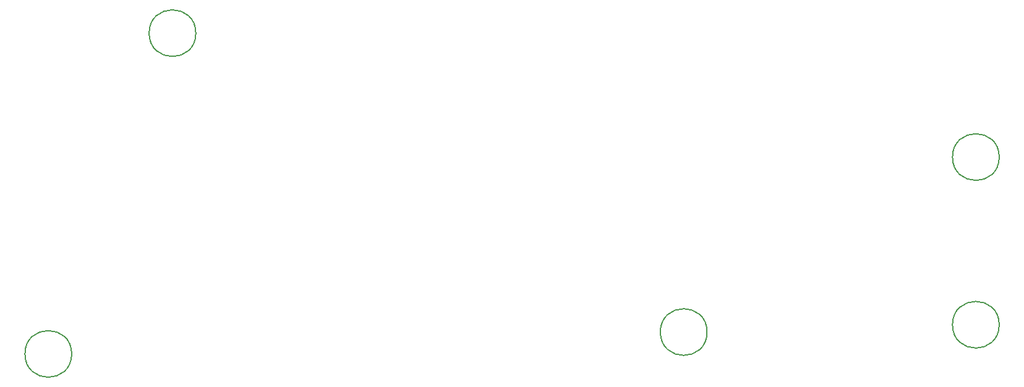
<source format=gbr>
G04 #@! TF.FileFunction,Other,Comment*
%FSLAX46Y46*%
G04 Gerber Fmt 4.6, Leading zero omitted, Abs format (unit mm)*
G04 Created by KiCad (PCBNEW (2016-07-20 BZR 6990)-product) date Sun Sep 11 23:36:35 2016*
%MOMM*%
%LPD*%
G01*
G04 APERTURE LIST*
%ADD10C,0.100000*%
%ADD11C,0.150000*%
G04 APERTURE END LIST*
D10*
D11*
X176200000Y-89000000D02*
G75*
G03X176200000Y-89000000I-3200000J0D01*
G01*
X89200000Y-92000000D02*
G75*
G03X89200000Y-92000000I-3200000J0D01*
G01*
X106200000Y-48000000D02*
G75*
G03X106200000Y-48000000I-3200000J0D01*
G01*
X216200000Y-65000000D02*
G75*
G03X216200000Y-65000000I-3200000J0D01*
G01*
X216200000Y-88000000D02*
G75*
G03X216200000Y-88000000I-3200000J0D01*
G01*
M02*

</source>
